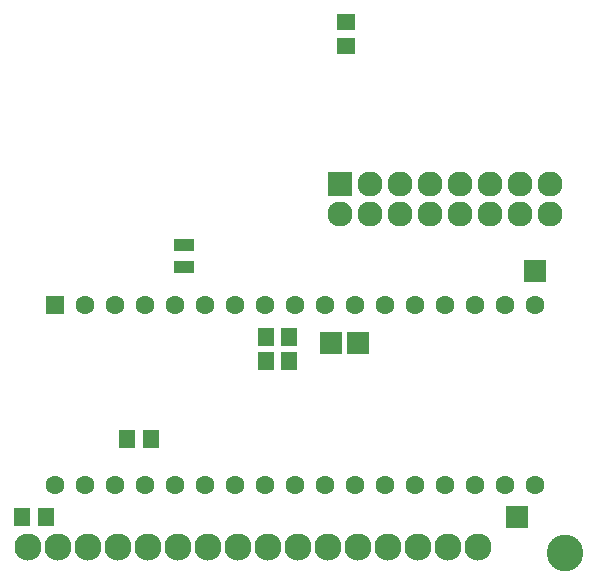
<source format=gbs>
G04 #@! TF.FileFunction,Soldermask,Bot*
%FSLAX46Y46*%
G04 Gerber Fmt 4.6, Leading zero omitted, Abs format (unit mm)*
G04 Created by KiCad (PCBNEW 4.0.2+e4-6225~38~ubuntu14.04.1-stable) date Tue 24 May 2016 13:09:55 BST*
%MOMM*%
G01*
G04 APERTURE LIST*
%ADD10C,0.100000*%
%ADD11R,1.400000X1.650000*%
%ADD12R,1.924000X1.924000*%
%ADD13R,2.127200X2.127200*%
%ADD14O,2.127200X2.127200*%
%ADD15R,1.650000X1.400000*%
%ADD16R,1.700000X1.100000*%
%ADD17C,1.600000*%
%ADD18R,1.600000X1.600000*%
%ADD19C,2.300000*%
%ADD20C,3.100000*%
G04 APERTURE END LIST*
D10*
D11*
X104680000Y-139700000D03*
X106680000Y-139700000D03*
X104680000Y-141732000D03*
X106680000Y-141732000D03*
X92980000Y-148336000D03*
X94980000Y-148336000D03*
D12*
X127508000Y-134112000D03*
X125984000Y-154940000D03*
X112522000Y-140208000D03*
X110236000Y-140208000D03*
D13*
X110998000Y-126746000D03*
D14*
X110998000Y-129286000D03*
X113538000Y-126746000D03*
X113538000Y-129286000D03*
X116078000Y-126746000D03*
X116078000Y-129286000D03*
X118618000Y-126746000D03*
X118618000Y-129286000D03*
X121158000Y-126746000D03*
X121158000Y-129286000D03*
X123698000Y-126746000D03*
X123698000Y-129286000D03*
X126238000Y-126746000D03*
X126238000Y-129286000D03*
X128778000Y-126746000D03*
X128778000Y-129286000D03*
D15*
X111506000Y-113046000D03*
X111506000Y-115046000D03*
D11*
X84090000Y-154940000D03*
X86090000Y-154940000D03*
D16*
X97790000Y-133792000D03*
X97790000Y-131892000D03*
D17*
X86812000Y-152256000D03*
X89352000Y-152256000D03*
X91892000Y-152256000D03*
X94432000Y-152256000D03*
X96972000Y-152256000D03*
X99512000Y-152256000D03*
X102052000Y-152256000D03*
X104592000Y-152256000D03*
X107132000Y-152256000D03*
X109672000Y-152256000D03*
X112212000Y-152256000D03*
X114752000Y-152256000D03*
X117292000Y-152256000D03*
X119832000Y-152256000D03*
X122372000Y-152256000D03*
X124912000Y-152256000D03*
X127452000Y-152256000D03*
D18*
X86812000Y-137016000D03*
D17*
X89352000Y-137016000D03*
X91892000Y-137016000D03*
X94432000Y-137016000D03*
X96972000Y-137016000D03*
X99512000Y-137016000D03*
X102052000Y-137016000D03*
X104592000Y-137016000D03*
X107132000Y-137016000D03*
X109672000Y-137016000D03*
X112212000Y-137016000D03*
X114752000Y-137016000D03*
X117292000Y-137016000D03*
X119832000Y-137016000D03*
X122372000Y-137016000D03*
X124912000Y-137016000D03*
X127452000Y-137016000D03*
D19*
X122682000Y-157480000D03*
X120142000Y-157480000D03*
X117602000Y-157480000D03*
X115062000Y-157480000D03*
X112522000Y-157480000D03*
X109982000Y-157480000D03*
X107442000Y-157480000D03*
X104902000Y-157480000D03*
X102362000Y-157480000D03*
X99822000Y-157480000D03*
X97282000Y-157480000D03*
X94742000Y-157480000D03*
X92202000Y-157480000D03*
X89662000Y-157480000D03*
X87122000Y-157480000D03*
X84582000Y-157480000D03*
D20*
X129982000Y-157980000D03*
M02*

</source>
